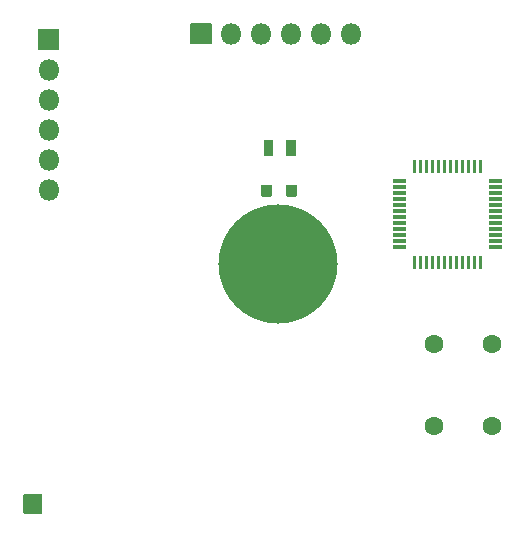
<source format=gts>
G04 #@! TF.GenerationSoftware,KiCad,Pcbnew,5.1.7-a382d34a8~88~ubuntu18.04.1*
G04 #@! TF.CreationDate,2021-07-31T18:48:42+05:30*
G04 #@! TF.ProjectId,FrontEnd_HeavyDevice_v1,46726f6e-7445-46e6-945f-486561767944,rev?*
G04 #@! TF.SameCoordinates,Original*
G04 #@! TF.FileFunction,Soldermask,Top*
G04 #@! TF.FilePolarity,Negative*
%FSLAX46Y46*%
G04 Gerber Fmt 4.6, Leading zero omitted, Abs format (unit mm)*
G04 Created by KiCad (PCBNEW 5.1.7-a382d34a8~88~ubuntu18.04.1) date 2021-07-31 18:48:42*
%MOMM*%
%LPD*%
G01*
G04 APERTURE LIST*
%ADD10O,1.800000X1.800000*%
%ADD11C,10.100000*%
%ADD12C,1.600000*%
G04 APERTURE END LIST*
D10*
X124240000Y-77890000D03*
X121700000Y-77890000D03*
X119160000Y-77890000D03*
X116620000Y-77890000D03*
X114080000Y-77890000D03*
G36*
G01*
X110690000Y-76990000D02*
X112390000Y-76990000D01*
G75*
G02*
X112440000Y-77040000I0J-50000D01*
G01*
X112440000Y-78740000D01*
G75*
G02*
X112390000Y-78790000I-50000J0D01*
G01*
X110690000Y-78790000D01*
G75*
G02*
X110640000Y-78740000I0J50000D01*
G01*
X110640000Y-77040000D01*
G75*
G02*
X110690000Y-76990000I50000J0D01*
G01*
G37*
G36*
G01*
X99523100Y-77549600D02*
X99523100Y-79249600D01*
G75*
G02*
X99473100Y-79299600I-50000J0D01*
G01*
X97773100Y-79299600D01*
G75*
G02*
X97723100Y-79249600I0J50000D01*
G01*
X97723100Y-77549600D01*
G75*
G02*
X97773100Y-77499600I50000J0D01*
G01*
X99473100Y-77499600D01*
G75*
G02*
X99523100Y-77549600I0J-50000D01*
G01*
G37*
X98623100Y-80939600D03*
X98623100Y-83479600D03*
X98623100Y-86019600D03*
X98623100Y-88559600D03*
X98623100Y-91099600D03*
G36*
G01*
X136964000Y-91043700D02*
X135964000Y-91043700D01*
G75*
G02*
X135914000Y-90993700I0J50000D01*
G01*
X135914000Y-90763700D01*
G75*
G02*
X135964000Y-90713700I50000J0D01*
G01*
X136964000Y-90713700D01*
G75*
G02*
X137014000Y-90763700I0J-50000D01*
G01*
X137014000Y-90993700D01*
G75*
G02*
X136964000Y-91043700I-50000J0D01*
G01*
G37*
G36*
G01*
X135309000Y-97778700D02*
X135079000Y-97778700D01*
G75*
G02*
X135029000Y-97728700I0J50000D01*
G01*
X135029000Y-96728700D01*
G75*
G02*
X135079000Y-96678700I50000J0D01*
G01*
X135309000Y-96678700D01*
G75*
G02*
X135359000Y-96728700I0J-50000D01*
G01*
X135359000Y-97728700D01*
G75*
G02*
X135309000Y-97778700I-50000J0D01*
G01*
G37*
G36*
G01*
X134801000Y-97778700D02*
X134571000Y-97778700D01*
G75*
G02*
X134521000Y-97728700I0J50000D01*
G01*
X134521000Y-96728700D01*
G75*
G02*
X134571000Y-96678700I50000J0D01*
G01*
X134801000Y-96678700D01*
G75*
G02*
X134851000Y-96728700I0J-50000D01*
G01*
X134851000Y-97728700D01*
G75*
G02*
X134801000Y-97778700I-50000J0D01*
G01*
G37*
G36*
G01*
X134293000Y-97778700D02*
X134063000Y-97778700D01*
G75*
G02*
X134013000Y-97728700I0J50000D01*
G01*
X134013000Y-96728700D01*
G75*
G02*
X134063000Y-96678700I50000J0D01*
G01*
X134293000Y-96678700D01*
G75*
G02*
X134343000Y-96728700I0J-50000D01*
G01*
X134343000Y-97728700D01*
G75*
G02*
X134293000Y-97778700I-50000J0D01*
G01*
G37*
G36*
G01*
X133785000Y-97778700D02*
X133555000Y-97778700D01*
G75*
G02*
X133505000Y-97728700I0J50000D01*
G01*
X133505000Y-96728700D01*
G75*
G02*
X133555000Y-96678700I50000J0D01*
G01*
X133785000Y-96678700D01*
G75*
G02*
X133835000Y-96728700I0J-50000D01*
G01*
X133835000Y-97728700D01*
G75*
G02*
X133785000Y-97778700I-50000J0D01*
G01*
G37*
G36*
G01*
X133277000Y-97778700D02*
X133047000Y-97778700D01*
G75*
G02*
X132997000Y-97728700I0J50000D01*
G01*
X132997000Y-96728700D01*
G75*
G02*
X133047000Y-96678700I50000J0D01*
G01*
X133277000Y-96678700D01*
G75*
G02*
X133327000Y-96728700I0J-50000D01*
G01*
X133327000Y-97728700D01*
G75*
G02*
X133277000Y-97778700I-50000J0D01*
G01*
G37*
G36*
G01*
X132769000Y-97778700D02*
X132539000Y-97778700D01*
G75*
G02*
X132489000Y-97728700I0J50000D01*
G01*
X132489000Y-96728700D01*
G75*
G02*
X132539000Y-96678700I50000J0D01*
G01*
X132769000Y-96678700D01*
G75*
G02*
X132819000Y-96728700I0J-50000D01*
G01*
X132819000Y-97728700D01*
G75*
G02*
X132769000Y-97778700I-50000J0D01*
G01*
G37*
G36*
G01*
X132261000Y-97778700D02*
X132031000Y-97778700D01*
G75*
G02*
X131981000Y-97728700I0J50000D01*
G01*
X131981000Y-96728700D01*
G75*
G02*
X132031000Y-96678700I50000J0D01*
G01*
X132261000Y-96678700D01*
G75*
G02*
X132311000Y-96728700I0J-50000D01*
G01*
X132311000Y-97728700D01*
G75*
G02*
X132261000Y-97778700I-50000J0D01*
G01*
G37*
G36*
G01*
X131753000Y-97778700D02*
X131523000Y-97778700D01*
G75*
G02*
X131473000Y-97728700I0J50000D01*
G01*
X131473000Y-96728700D01*
G75*
G02*
X131523000Y-96678700I50000J0D01*
G01*
X131753000Y-96678700D01*
G75*
G02*
X131803000Y-96728700I0J-50000D01*
G01*
X131803000Y-97728700D01*
G75*
G02*
X131753000Y-97778700I-50000J0D01*
G01*
G37*
G36*
G01*
X131245000Y-97778700D02*
X131015000Y-97778700D01*
G75*
G02*
X130965000Y-97728700I0J50000D01*
G01*
X130965000Y-96728700D01*
G75*
G02*
X131015000Y-96678700I50000J0D01*
G01*
X131245000Y-96678700D01*
G75*
G02*
X131295000Y-96728700I0J-50000D01*
G01*
X131295000Y-97728700D01*
G75*
G02*
X131245000Y-97778700I-50000J0D01*
G01*
G37*
G36*
G01*
X130737000Y-97778700D02*
X130507000Y-97778700D01*
G75*
G02*
X130457000Y-97728700I0J50000D01*
G01*
X130457000Y-96728700D01*
G75*
G02*
X130507000Y-96678700I50000J0D01*
G01*
X130737000Y-96678700D01*
G75*
G02*
X130787000Y-96728700I0J-50000D01*
G01*
X130787000Y-97728700D01*
G75*
G02*
X130737000Y-97778700I-50000J0D01*
G01*
G37*
G36*
G01*
X130229000Y-97778700D02*
X129999000Y-97778700D01*
G75*
G02*
X129949000Y-97728700I0J50000D01*
G01*
X129949000Y-96728700D01*
G75*
G02*
X129999000Y-96678700I50000J0D01*
G01*
X130229000Y-96678700D01*
G75*
G02*
X130279000Y-96728700I0J-50000D01*
G01*
X130279000Y-97728700D01*
G75*
G02*
X130229000Y-97778700I-50000J0D01*
G01*
G37*
G36*
G01*
X129721000Y-97778700D02*
X129491000Y-97778700D01*
G75*
G02*
X129441000Y-97728700I0J50000D01*
G01*
X129441000Y-96728700D01*
G75*
G02*
X129491000Y-96678700I50000J0D01*
G01*
X129721000Y-96678700D01*
G75*
G02*
X129771000Y-96728700I0J-50000D01*
G01*
X129771000Y-97728700D01*
G75*
G02*
X129721000Y-97778700I-50000J0D01*
G01*
G37*
G36*
G01*
X128836000Y-96123700D02*
X127836000Y-96123700D01*
G75*
G02*
X127786000Y-96073700I0J50000D01*
G01*
X127786000Y-95843700D01*
G75*
G02*
X127836000Y-95793700I50000J0D01*
G01*
X128836000Y-95793700D01*
G75*
G02*
X128886000Y-95843700I0J-50000D01*
G01*
X128886000Y-96073700D01*
G75*
G02*
X128836000Y-96123700I-50000J0D01*
G01*
G37*
G36*
G01*
X128836000Y-95615700D02*
X127836000Y-95615700D01*
G75*
G02*
X127786000Y-95565700I0J50000D01*
G01*
X127786000Y-95335700D01*
G75*
G02*
X127836000Y-95285700I50000J0D01*
G01*
X128836000Y-95285700D01*
G75*
G02*
X128886000Y-95335700I0J-50000D01*
G01*
X128886000Y-95565700D01*
G75*
G02*
X128836000Y-95615700I-50000J0D01*
G01*
G37*
G36*
G01*
X128836000Y-94599700D02*
X127836000Y-94599700D01*
G75*
G02*
X127786000Y-94549700I0J50000D01*
G01*
X127786000Y-94319700D01*
G75*
G02*
X127836000Y-94269700I50000J0D01*
G01*
X128836000Y-94269700D01*
G75*
G02*
X128886000Y-94319700I0J-50000D01*
G01*
X128886000Y-94549700D01*
G75*
G02*
X128836000Y-94599700I-50000J0D01*
G01*
G37*
G36*
G01*
X128836000Y-94091700D02*
X127836000Y-94091700D01*
G75*
G02*
X127786000Y-94041700I0J50000D01*
G01*
X127786000Y-93811700D01*
G75*
G02*
X127836000Y-93761700I50000J0D01*
G01*
X128836000Y-93761700D01*
G75*
G02*
X128886000Y-93811700I0J-50000D01*
G01*
X128886000Y-94041700D01*
G75*
G02*
X128836000Y-94091700I-50000J0D01*
G01*
G37*
G36*
G01*
X128836000Y-93583700D02*
X127836000Y-93583700D01*
G75*
G02*
X127786000Y-93533700I0J50000D01*
G01*
X127786000Y-93303700D01*
G75*
G02*
X127836000Y-93253700I50000J0D01*
G01*
X128836000Y-93253700D01*
G75*
G02*
X128886000Y-93303700I0J-50000D01*
G01*
X128886000Y-93533700D01*
G75*
G02*
X128836000Y-93583700I-50000J0D01*
G01*
G37*
G36*
G01*
X128836000Y-93075700D02*
X127836000Y-93075700D01*
G75*
G02*
X127786000Y-93025700I0J50000D01*
G01*
X127786000Y-92795700D01*
G75*
G02*
X127836000Y-92745700I50000J0D01*
G01*
X128836000Y-92745700D01*
G75*
G02*
X128886000Y-92795700I0J-50000D01*
G01*
X128886000Y-93025700D01*
G75*
G02*
X128836000Y-93075700I-50000J0D01*
G01*
G37*
G36*
G01*
X128836000Y-92567700D02*
X127836000Y-92567700D01*
G75*
G02*
X127786000Y-92517700I0J50000D01*
G01*
X127786000Y-92287700D01*
G75*
G02*
X127836000Y-92237700I50000J0D01*
G01*
X128836000Y-92237700D01*
G75*
G02*
X128886000Y-92287700I0J-50000D01*
G01*
X128886000Y-92517700D01*
G75*
G02*
X128836000Y-92567700I-50000J0D01*
G01*
G37*
G36*
G01*
X128836000Y-92059700D02*
X127836000Y-92059700D01*
G75*
G02*
X127786000Y-92009700I0J50000D01*
G01*
X127786000Y-91779700D01*
G75*
G02*
X127836000Y-91729700I50000J0D01*
G01*
X128836000Y-91729700D01*
G75*
G02*
X128886000Y-91779700I0J-50000D01*
G01*
X128886000Y-92009700D01*
G75*
G02*
X128836000Y-92059700I-50000J0D01*
G01*
G37*
G36*
G01*
X128836000Y-91551700D02*
X127836000Y-91551700D01*
G75*
G02*
X127786000Y-91501700I0J50000D01*
G01*
X127786000Y-91271700D01*
G75*
G02*
X127836000Y-91221700I50000J0D01*
G01*
X128836000Y-91221700D01*
G75*
G02*
X128886000Y-91271700I0J-50000D01*
G01*
X128886000Y-91501700D01*
G75*
G02*
X128836000Y-91551700I-50000J0D01*
G01*
G37*
G36*
G01*
X128836000Y-91043700D02*
X127836000Y-91043700D01*
G75*
G02*
X127786000Y-90993700I0J50000D01*
G01*
X127786000Y-90763700D01*
G75*
G02*
X127836000Y-90713700I50000J0D01*
G01*
X128836000Y-90713700D01*
G75*
G02*
X128886000Y-90763700I0J-50000D01*
G01*
X128886000Y-90993700D01*
G75*
G02*
X128836000Y-91043700I-50000J0D01*
G01*
G37*
G36*
G01*
X128836000Y-90535700D02*
X127836000Y-90535700D01*
G75*
G02*
X127786000Y-90485700I0J50000D01*
G01*
X127786000Y-90255700D01*
G75*
G02*
X127836000Y-90205700I50000J0D01*
G01*
X128836000Y-90205700D01*
G75*
G02*
X128886000Y-90255700I0J-50000D01*
G01*
X128886000Y-90485700D01*
G75*
G02*
X128836000Y-90535700I-50000J0D01*
G01*
G37*
G36*
G01*
X130229000Y-89650700D02*
X129999000Y-89650700D01*
G75*
G02*
X129949000Y-89600700I0J50000D01*
G01*
X129949000Y-88600700D01*
G75*
G02*
X129999000Y-88550700I50000J0D01*
G01*
X130229000Y-88550700D01*
G75*
G02*
X130279000Y-88600700I0J-50000D01*
G01*
X130279000Y-89600700D01*
G75*
G02*
X130229000Y-89650700I-50000J0D01*
G01*
G37*
G36*
G01*
X130737000Y-89650700D02*
X130507000Y-89650700D01*
G75*
G02*
X130457000Y-89600700I0J50000D01*
G01*
X130457000Y-88600700D01*
G75*
G02*
X130507000Y-88550700I50000J0D01*
G01*
X130737000Y-88550700D01*
G75*
G02*
X130787000Y-88600700I0J-50000D01*
G01*
X130787000Y-89600700D01*
G75*
G02*
X130737000Y-89650700I-50000J0D01*
G01*
G37*
G36*
G01*
X131245000Y-89650700D02*
X131015000Y-89650700D01*
G75*
G02*
X130965000Y-89600700I0J50000D01*
G01*
X130965000Y-88600700D01*
G75*
G02*
X131015000Y-88550700I50000J0D01*
G01*
X131245000Y-88550700D01*
G75*
G02*
X131295000Y-88600700I0J-50000D01*
G01*
X131295000Y-89600700D01*
G75*
G02*
X131245000Y-89650700I-50000J0D01*
G01*
G37*
G36*
G01*
X131753000Y-89650700D02*
X131523000Y-89650700D01*
G75*
G02*
X131473000Y-89600700I0J50000D01*
G01*
X131473000Y-88600700D01*
G75*
G02*
X131523000Y-88550700I50000J0D01*
G01*
X131753000Y-88550700D01*
G75*
G02*
X131803000Y-88600700I0J-50000D01*
G01*
X131803000Y-89600700D01*
G75*
G02*
X131753000Y-89650700I-50000J0D01*
G01*
G37*
G36*
G01*
X132261000Y-89650700D02*
X132031000Y-89650700D01*
G75*
G02*
X131981000Y-89600700I0J50000D01*
G01*
X131981000Y-88600700D01*
G75*
G02*
X132031000Y-88550700I50000J0D01*
G01*
X132261000Y-88550700D01*
G75*
G02*
X132311000Y-88600700I0J-50000D01*
G01*
X132311000Y-89600700D01*
G75*
G02*
X132261000Y-89650700I-50000J0D01*
G01*
G37*
G36*
G01*
X132769000Y-89650700D02*
X132539000Y-89650700D01*
G75*
G02*
X132489000Y-89600700I0J50000D01*
G01*
X132489000Y-88600700D01*
G75*
G02*
X132539000Y-88550700I50000J0D01*
G01*
X132769000Y-88550700D01*
G75*
G02*
X132819000Y-88600700I0J-50000D01*
G01*
X132819000Y-89600700D01*
G75*
G02*
X132769000Y-89650700I-50000J0D01*
G01*
G37*
G36*
G01*
X133277000Y-89650700D02*
X133047000Y-89650700D01*
G75*
G02*
X132997000Y-89600700I0J50000D01*
G01*
X132997000Y-88600700D01*
G75*
G02*
X133047000Y-88550700I50000J0D01*
G01*
X133277000Y-88550700D01*
G75*
G02*
X133327000Y-88600700I0J-50000D01*
G01*
X133327000Y-89600700D01*
G75*
G02*
X133277000Y-89650700I-50000J0D01*
G01*
G37*
G36*
G01*
X133785000Y-89650700D02*
X133555000Y-89650700D01*
G75*
G02*
X133505000Y-89600700I0J50000D01*
G01*
X133505000Y-88600700D01*
G75*
G02*
X133555000Y-88550700I50000J0D01*
G01*
X133785000Y-88550700D01*
G75*
G02*
X133835000Y-88600700I0J-50000D01*
G01*
X133835000Y-89600700D01*
G75*
G02*
X133785000Y-89650700I-50000J0D01*
G01*
G37*
G36*
G01*
X134293000Y-89650700D02*
X134063000Y-89650700D01*
G75*
G02*
X134013000Y-89600700I0J50000D01*
G01*
X134013000Y-88600700D01*
G75*
G02*
X134063000Y-88550700I50000J0D01*
G01*
X134293000Y-88550700D01*
G75*
G02*
X134343000Y-88600700I0J-50000D01*
G01*
X134343000Y-89600700D01*
G75*
G02*
X134293000Y-89650700I-50000J0D01*
G01*
G37*
G36*
G01*
X134801000Y-89650700D02*
X134571000Y-89650700D01*
G75*
G02*
X134521000Y-89600700I0J50000D01*
G01*
X134521000Y-88600700D01*
G75*
G02*
X134571000Y-88550700I50000J0D01*
G01*
X134801000Y-88550700D01*
G75*
G02*
X134851000Y-88600700I0J-50000D01*
G01*
X134851000Y-89600700D01*
G75*
G02*
X134801000Y-89650700I-50000J0D01*
G01*
G37*
G36*
G01*
X135309000Y-89650700D02*
X135079000Y-89650700D01*
G75*
G02*
X135029000Y-89600700I0J50000D01*
G01*
X135029000Y-88600700D01*
G75*
G02*
X135079000Y-88550700I50000J0D01*
G01*
X135309000Y-88550700D01*
G75*
G02*
X135359000Y-88600700I0J-50000D01*
G01*
X135359000Y-89600700D01*
G75*
G02*
X135309000Y-89650700I-50000J0D01*
G01*
G37*
G36*
G01*
X136964000Y-90535700D02*
X135964000Y-90535700D01*
G75*
G02*
X135914000Y-90485700I0J50000D01*
G01*
X135914000Y-90255700D01*
G75*
G02*
X135964000Y-90205700I50000J0D01*
G01*
X136964000Y-90205700D01*
G75*
G02*
X137014000Y-90255700I0J-50000D01*
G01*
X137014000Y-90485700D01*
G75*
G02*
X136964000Y-90535700I-50000J0D01*
G01*
G37*
G36*
G01*
X136964000Y-91551700D02*
X135964000Y-91551700D01*
G75*
G02*
X135914000Y-91501700I0J50000D01*
G01*
X135914000Y-91271700D01*
G75*
G02*
X135964000Y-91221700I50000J0D01*
G01*
X136964000Y-91221700D01*
G75*
G02*
X137014000Y-91271700I0J-50000D01*
G01*
X137014000Y-91501700D01*
G75*
G02*
X136964000Y-91551700I-50000J0D01*
G01*
G37*
G36*
G01*
X136964000Y-92059700D02*
X135964000Y-92059700D01*
G75*
G02*
X135914000Y-92009700I0J50000D01*
G01*
X135914000Y-91779700D01*
G75*
G02*
X135964000Y-91729700I50000J0D01*
G01*
X136964000Y-91729700D01*
G75*
G02*
X137014000Y-91779700I0J-50000D01*
G01*
X137014000Y-92009700D01*
G75*
G02*
X136964000Y-92059700I-50000J0D01*
G01*
G37*
G36*
G01*
X136964000Y-92567700D02*
X135964000Y-92567700D01*
G75*
G02*
X135914000Y-92517700I0J50000D01*
G01*
X135914000Y-92287700D01*
G75*
G02*
X135964000Y-92237700I50000J0D01*
G01*
X136964000Y-92237700D01*
G75*
G02*
X137014000Y-92287700I0J-50000D01*
G01*
X137014000Y-92517700D01*
G75*
G02*
X136964000Y-92567700I-50000J0D01*
G01*
G37*
G36*
G01*
X136964000Y-93075700D02*
X135964000Y-93075700D01*
G75*
G02*
X135914000Y-93025700I0J50000D01*
G01*
X135914000Y-92795700D01*
G75*
G02*
X135964000Y-92745700I50000J0D01*
G01*
X136964000Y-92745700D01*
G75*
G02*
X137014000Y-92795700I0J-50000D01*
G01*
X137014000Y-93025700D01*
G75*
G02*
X136964000Y-93075700I-50000J0D01*
G01*
G37*
G36*
G01*
X136964000Y-93583700D02*
X135964000Y-93583700D01*
G75*
G02*
X135914000Y-93533700I0J50000D01*
G01*
X135914000Y-93303700D01*
G75*
G02*
X135964000Y-93253700I50000J0D01*
G01*
X136964000Y-93253700D01*
G75*
G02*
X137014000Y-93303700I0J-50000D01*
G01*
X137014000Y-93533700D01*
G75*
G02*
X136964000Y-93583700I-50000J0D01*
G01*
G37*
G36*
G01*
X136964000Y-94091700D02*
X135964000Y-94091700D01*
G75*
G02*
X135914000Y-94041700I0J50000D01*
G01*
X135914000Y-93811700D01*
G75*
G02*
X135964000Y-93761700I50000J0D01*
G01*
X136964000Y-93761700D01*
G75*
G02*
X137014000Y-93811700I0J-50000D01*
G01*
X137014000Y-94041700D01*
G75*
G02*
X136964000Y-94091700I-50000J0D01*
G01*
G37*
G36*
G01*
X136964000Y-94599700D02*
X135964000Y-94599700D01*
G75*
G02*
X135914000Y-94549700I0J50000D01*
G01*
X135914000Y-94319700D01*
G75*
G02*
X135964000Y-94269700I50000J0D01*
G01*
X136964000Y-94269700D01*
G75*
G02*
X137014000Y-94319700I0J-50000D01*
G01*
X137014000Y-94549700D01*
G75*
G02*
X136964000Y-94599700I-50000J0D01*
G01*
G37*
G36*
G01*
X136964000Y-95107700D02*
X135964000Y-95107700D01*
G75*
G02*
X135914000Y-95057700I0J50000D01*
G01*
X135914000Y-94827700D01*
G75*
G02*
X135964000Y-94777700I50000J0D01*
G01*
X136964000Y-94777700D01*
G75*
G02*
X137014000Y-94827700I0J-50000D01*
G01*
X137014000Y-95057700D01*
G75*
G02*
X136964000Y-95107700I-50000J0D01*
G01*
G37*
G36*
G01*
X136964000Y-95615700D02*
X135964000Y-95615700D01*
G75*
G02*
X135914000Y-95565700I0J50000D01*
G01*
X135914000Y-95335700D01*
G75*
G02*
X135964000Y-95285700I50000J0D01*
G01*
X136964000Y-95285700D01*
G75*
G02*
X137014000Y-95335700I0J-50000D01*
G01*
X137014000Y-95565700D01*
G75*
G02*
X136964000Y-95615700I-50000J0D01*
G01*
G37*
G36*
G01*
X136964000Y-96123700D02*
X135964000Y-96123700D01*
G75*
G02*
X135914000Y-96073700I0J50000D01*
G01*
X135914000Y-95843700D01*
G75*
G02*
X135964000Y-95793700I50000J0D01*
G01*
X136964000Y-95793700D01*
G75*
G02*
X137014000Y-95843700I0J-50000D01*
G01*
X137014000Y-96073700D01*
G75*
G02*
X136964000Y-96123700I-50000J0D01*
G01*
G37*
G36*
G01*
X129721000Y-89650700D02*
X129491000Y-89650700D01*
G75*
G02*
X129441000Y-89600700I0J50000D01*
G01*
X129441000Y-88600700D01*
G75*
G02*
X129491000Y-88550700I50000J0D01*
G01*
X129721000Y-88550700D01*
G75*
G02*
X129771000Y-88600700I0J-50000D01*
G01*
X129771000Y-89600700D01*
G75*
G02*
X129721000Y-89650700I-50000J0D01*
G01*
G37*
G36*
G01*
X128836000Y-95107700D02*
X127836000Y-95107700D01*
G75*
G02*
X127786000Y-95057700I0J50000D01*
G01*
X127786000Y-94827700D01*
G75*
G02*
X127836000Y-94777700I50000J0D01*
G01*
X128836000Y-94777700D01*
G75*
G02*
X128886000Y-94827700I0J-50000D01*
G01*
X128886000Y-95057700D01*
G75*
G02*
X128836000Y-95107700I-50000J0D01*
G01*
G37*
G36*
G01*
X119549000Y-86916500D02*
X119549000Y-88216500D01*
G75*
G02*
X119499000Y-88266500I-50000J0D01*
G01*
X118799000Y-88266500D01*
G75*
G02*
X118749000Y-88216500I0J50000D01*
G01*
X118749000Y-86916500D01*
G75*
G02*
X118799000Y-86866500I50000J0D01*
G01*
X119499000Y-86866500D01*
G75*
G02*
X119549000Y-86916500I0J-50000D01*
G01*
G37*
G36*
G01*
X117649000Y-86916500D02*
X117649000Y-88216500D01*
G75*
G02*
X117599000Y-88266500I-50000J0D01*
G01*
X116899000Y-88266500D01*
G75*
G02*
X116849000Y-88216500I0J50000D01*
G01*
X116849000Y-86916500D01*
G75*
G02*
X116899000Y-86866500I50000J0D01*
G01*
X117599000Y-86866500D01*
G75*
G02*
X117649000Y-86916500I0J-50000D01*
G01*
G37*
G36*
G01*
X116640480Y-91628380D02*
X116640480Y-90728380D01*
G75*
G02*
X116690480Y-90678380I50000J0D01*
G01*
X117490480Y-90678380D01*
G75*
G02*
X117540480Y-90728380I0J-50000D01*
G01*
X117540480Y-91628380D01*
G75*
G02*
X117490480Y-91678380I-50000J0D01*
G01*
X116690480Y-91678380D01*
G75*
G02*
X116640480Y-91628380I0J50000D01*
G01*
G37*
G36*
G01*
X118740480Y-91628380D02*
X118740480Y-90728380D01*
G75*
G02*
X118790480Y-90678380I50000J0D01*
G01*
X119590480Y-90678380D01*
G75*
G02*
X119640480Y-90728380I0J-50000D01*
G01*
X119640480Y-91628380D01*
G75*
G02*
X119590480Y-91678380I-50000J0D01*
G01*
X118790480Y-91678380D01*
G75*
G02*
X118740480Y-91628380I0J50000D01*
G01*
G37*
G36*
G01*
X96475100Y-118466000D02*
X96475100Y-116942000D01*
G75*
G02*
X96525100Y-116892000I50000J0D01*
G01*
X98049100Y-116892000D01*
G75*
G02*
X98099100Y-116942000I0J-50000D01*
G01*
X98099100Y-118466000D01*
G75*
G02*
X98049100Y-118516000I-50000J0D01*
G01*
X96525100Y-118516000D01*
G75*
G02*
X96475100Y-118466000I0J50000D01*
G01*
G37*
D11*
X118029000Y-97373400D03*
D12*
X136177000Y-111097000D03*
X131297000Y-111097000D03*
X131282000Y-104140000D03*
X136162000Y-104140000D03*
M02*

</source>
